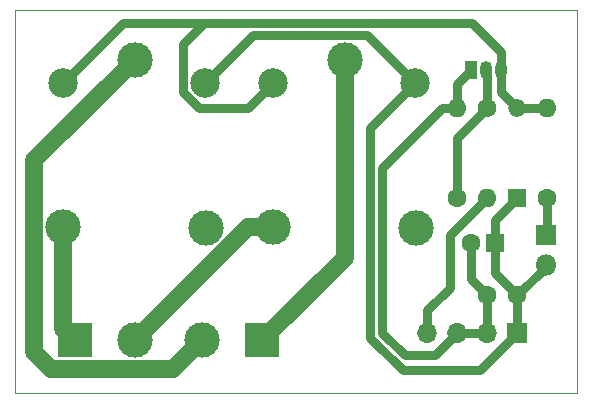
<source format=gbr>
%TF.GenerationSoftware,KiCad,Pcbnew,6.0.10-86aedd382b~118~ubuntu20.04.1*%
%TF.CreationDate,2023-01-05T00:51:07+02:00*%
%TF.ProjectId,PSU controller,50535520-636f-46e7-9472-6f6c6c65722e,rev?*%
%TF.SameCoordinates,Original*%
%TF.FileFunction,Copper,L1,Top*%
%TF.FilePolarity,Positive*%
%FSLAX46Y46*%
G04 Gerber Fmt 4.6, Leading zero omitted, Abs format (unit mm)*
G04 Created by KiCad (PCBNEW 6.0.10-86aedd382b~118~ubuntu20.04.1) date 2023-01-05 00:51:07*
%MOMM*%
%LPD*%
G01*
G04 APERTURE LIST*
%TA.AperFunction,Profile*%
%ADD10C,0.100000*%
%TD*%
%TA.AperFunction,ComponentPad*%
%ADD11O,1.500000X1.500000*%
%TD*%
%TA.AperFunction,ComponentPad*%
%ADD12R,1.500000X1.500000*%
%TD*%
%TA.AperFunction,ComponentPad*%
%ADD13C,2.500000*%
%TD*%
%TA.AperFunction,ComponentPad*%
%ADD14C,3.000000*%
%TD*%
%TA.AperFunction,ComponentPad*%
%ADD15O,1.050000X1.500000*%
%TD*%
%TA.AperFunction,ComponentPad*%
%ADD16R,1.050000X1.500000*%
%TD*%
%TA.AperFunction,ComponentPad*%
%ADD17O,1.700000X1.700000*%
%TD*%
%TA.AperFunction,ComponentPad*%
%ADD18R,1.700000X1.700000*%
%TD*%
%TA.AperFunction,ComponentPad*%
%ADD19R,3.000000X3.000000*%
%TD*%
%TA.AperFunction,ComponentPad*%
%ADD20O,1.600000X1.600000*%
%TD*%
%TA.AperFunction,ComponentPad*%
%ADD21C,1.600000*%
%TD*%
%TA.AperFunction,ComponentPad*%
%ADD22R,1.600000X1.600000*%
%TD*%
%TA.AperFunction,ComponentPad*%
%ADD23O,1.800000X1.800000*%
%TD*%
%TA.AperFunction,ComponentPad*%
%ADD24R,1.800000X1.800000*%
%TD*%
%TA.AperFunction,Conductor*%
%ADD25C,1.500000*%
%TD*%
%TA.AperFunction,Conductor*%
%ADD26C,0.800000*%
%TD*%
G04 APERTURE END LIST*
D10*
X5000000Y37385000D02*
X52625000Y37385000D01*
X52625000Y20240000D02*
X52625000Y5000000D01*
X52625000Y37385000D02*
X52625000Y20875000D01*
X5000000Y5000000D02*
X5000000Y37385000D01*
X52625000Y20875000D02*
X52625000Y20240000D01*
X52625000Y5000000D02*
X5000000Y5000000D01*
D11*
X47545000Y29125000D03*
D12*
X47545000Y21505000D03*
D13*
X21110000Y31235000D03*
D14*
X21160000Y18985000D03*
X9110000Y19035000D03*
D13*
X9110000Y31235000D03*
D14*
X15160000Y33185000D03*
D15*
X46165424Y32305000D03*
X44895424Y32305000D03*
D16*
X43625424Y32305000D03*
D17*
X39915000Y10055000D03*
X42455000Y10055000D03*
X44995000Y10055000D03*
D18*
X47535000Y10055000D03*
D14*
X20875000Y9445000D03*
D19*
X25955000Y9445000D03*
D20*
X50085000Y29130000D03*
D21*
X50085000Y21510000D03*
D20*
X42465000Y29130000D03*
D21*
X42465000Y21510000D03*
D20*
X45005000Y21510000D03*
D21*
X45005000Y29130000D03*
X45025000Y13255000D03*
X47525000Y13255000D03*
X43640000Y17700000D03*
D22*
X45640000Y17700000D03*
D23*
X49958000Y15824000D03*
D24*
X49958000Y18364000D03*
D14*
X15160000Y9445000D03*
D19*
X10080000Y9445000D03*
D13*
X38890000Y31235000D03*
D14*
X38940000Y18985000D03*
X26890000Y19035000D03*
D13*
X26890000Y31235000D03*
D14*
X32940000Y33185000D03*
D25*
X32940000Y33185000D02*
X32940000Y16430000D01*
X32940000Y16430000D02*
X25955000Y9445000D01*
X15160000Y33185000D02*
X6660000Y24685000D01*
X8085000Y6995000D02*
X18425000Y6995000D01*
X6660000Y8420000D02*
X8085000Y6995000D01*
X6660000Y24685000D02*
X6660000Y8420000D01*
X18425000Y6995000D02*
X20875000Y9445000D01*
X9110000Y19035000D02*
X9110000Y10415000D01*
X9110000Y10415000D02*
X10080000Y9445000D01*
X24750000Y19035000D02*
X15160000Y9445000D01*
X26890000Y19035000D02*
X24750000Y19035000D01*
D26*
X34840000Y35285000D02*
X25160000Y35285000D01*
X49958000Y15688000D02*
X47525000Y13255000D01*
X47535000Y10055000D02*
X44385000Y6905000D01*
X45640000Y15140000D02*
X47525000Y13255000D01*
X35114999Y9665787D02*
X35114999Y27459999D01*
X45640000Y17700000D02*
X45640000Y15140000D01*
X44385000Y6905000D02*
X37875786Y6905000D01*
X45640000Y19600000D02*
X45640000Y17700000D01*
X47535000Y10070000D02*
X47545000Y10080000D01*
X37875786Y6905000D02*
X35114999Y9665787D01*
X49958000Y15824000D02*
X49958000Y15688000D01*
X47545000Y21505000D02*
X45640000Y19600000D01*
X35114999Y27459999D02*
X38890000Y31235000D01*
X25160000Y35285000D02*
X21110000Y31235000D01*
X47525000Y10100000D02*
X47525000Y13255000D01*
X38890000Y31235000D02*
X34840000Y35285000D01*
X47535000Y10055000D02*
X47535000Y10070000D01*
X47525000Y13255000D02*
X47545000Y13255000D01*
X47545000Y10080000D02*
X47525000Y10100000D01*
X42455000Y10055000D02*
X40575000Y8175000D01*
X38020000Y8175000D02*
X36115000Y10080000D01*
X43640000Y14640000D02*
X45025000Y13255000D01*
X41195000Y29130000D02*
X42465000Y29130000D01*
X40575000Y8175000D02*
X38020000Y8175000D01*
X42455000Y10055000D02*
X44995000Y10055000D01*
X44995000Y13225000D02*
X45025000Y13255000D01*
X42465000Y31144576D02*
X43625424Y32305000D01*
X44995000Y10055000D02*
X44995000Y13225000D01*
X43640000Y17700000D02*
X43640000Y14640000D01*
X36115000Y10080000D02*
X36115000Y24050000D01*
X42465000Y29130000D02*
X42465000Y31144576D01*
X36115000Y24050000D02*
X41195000Y29130000D01*
X41830000Y13890000D02*
X39915000Y11975000D01*
X39915000Y11975000D02*
X39915000Y10055000D01*
X45005000Y21510000D02*
X41830000Y18335000D01*
X41830000Y18335000D02*
X41830000Y13890000D01*
X46165424Y32305000D02*
X46165424Y30504576D01*
X20598704Y29130000D02*
X24785000Y29130000D01*
X21045001Y36285001D02*
X19260000Y34500000D01*
X24785000Y29130000D02*
X26890000Y31235000D01*
X46165424Y30504576D02*
X47545000Y29125000D01*
X21045001Y36285001D02*
X14160001Y36285001D01*
X19260000Y30468704D02*
X20598704Y29130000D01*
X14160001Y36285001D02*
X9110000Y31235000D01*
X46165424Y32305000D02*
X46165424Y33855000D01*
X46165424Y33855000D02*
X43735423Y36285001D01*
X43735423Y36285001D02*
X21045001Y36285001D01*
X19260000Y34500000D02*
X19260000Y30468704D01*
X47545000Y29125000D02*
X50080000Y29125000D01*
X50080000Y29125000D02*
X50085000Y29130000D01*
X50085000Y21510000D02*
X50085000Y18491000D01*
X50085000Y18491000D02*
X49958000Y18364000D01*
X42465000Y26590000D02*
X45005000Y29130000D01*
X42465000Y21510000D02*
X42465000Y26590000D01*
X45005000Y29130000D02*
X45005000Y32195424D01*
X45005000Y32195424D02*
X44895424Y32305000D01*
M02*

</source>
